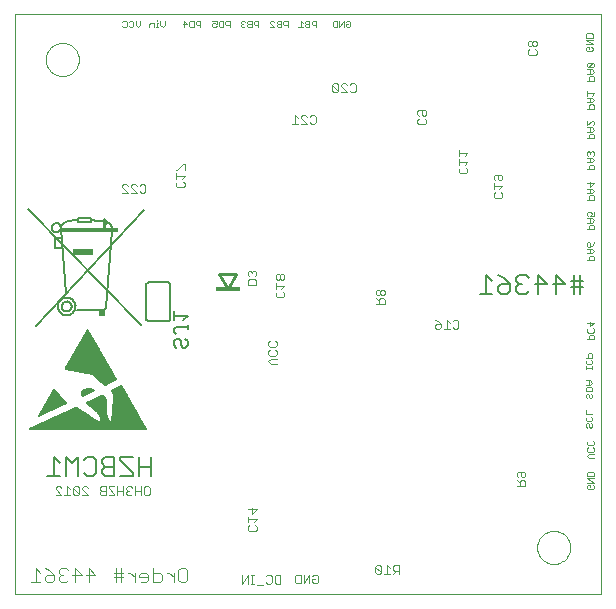
<source format=gbo>
G75*
G70*
%OFA0B0*%
%FSLAX24Y24*%
%IPPOS*%
%LPD*%
%AMOC8*
5,1,8,0,0,1.08239X$1,22.5*
%
%ADD10C,0.0000*%
%ADD11C,0.0050*%
%ADD12C,0.0040*%
%ADD13C,0.0030*%
%ADD14C,0.0020*%
%ADD15C,0.0019*%
%ADD16C,0.0066*%
%ADD17R,0.1924X0.0139*%
%ADD18R,0.0663X0.0229*%
%ADD19R,0.0229X0.0221*%
%ADD20C,0.0100*%
%ADD21R,0.0827X0.0118*%
%ADD22C,0.0060*%
D10*
X000101Y000110D02*
X000101Y019462D01*
X019650Y019462D01*
X019650Y000110D01*
X000101Y000110D01*
X017519Y001681D02*
X017521Y001728D01*
X017527Y001774D01*
X017537Y001820D01*
X017550Y001865D01*
X017568Y001908D01*
X017589Y001950D01*
X017613Y001990D01*
X017641Y002027D01*
X017672Y002062D01*
X017706Y002095D01*
X017742Y002124D01*
X017781Y002150D01*
X017822Y002173D01*
X017865Y002192D01*
X017909Y002208D01*
X017954Y002220D01*
X018000Y002228D01*
X018047Y002232D01*
X018093Y002232D01*
X018140Y002228D01*
X018186Y002220D01*
X018231Y002208D01*
X018275Y002192D01*
X018318Y002173D01*
X018359Y002150D01*
X018398Y002124D01*
X018434Y002095D01*
X018468Y002062D01*
X018499Y002027D01*
X018527Y001990D01*
X018551Y001950D01*
X018572Y001908D01*
X018590Y001865D01*
X018603Y001820D01*
X018613Y001774D01*
X018619Y001728D01*
X018621Y001681D01*
X018619Y001634D01*
X018613Y001588D01*
X018603Y001542D01*
X018590Y001497D01*
X018572Y001454D01*
X018551Y001412D01*
X018527Y001372D01*
X018499Y001335D01*
X018468Y001300D01*
X018434Y001267D01*
X018398Y001238D01*
X018359Y001212D01*
X018318Y001189D01*
X018275Y001170D01*
X018231Y001154D01*
X018186Y001142D01*
X018140Y001134D01*
X018093Y001130D01*
X018047Y001130D01*
X018000Y001134D01*
X017954Y001142D01*
X017909Y001154D01*
X017865Y001170D01*
X017822Y001189D01*
X017781Y001212D01*
X017742Y001238D01*
X017706Y001267D01*
X017672Y001300D01*
X017641Y001335D01*
X017613Y001372D01*
X017589Y001412D01*
X017568Y001454D01*
X017550Y001497D01*
X017537Y001542D01*
X017527Y001588D01*
X017521Y001634D01*
X017519Y001681D01*
X001141Y017941D02*
X001143Y017988D01*
X001149Y018034D01*
X001159Y018080D01*
X001172Y018125D01*
X001190Y018168D01*
X001211Y018210D01*
X001235Y018250D01*
X001263Y018287D01*
X001294Y018322D01*
X001328Y018355D01*
X001364Y018384D01*
X001403Y018410D01*
X001444Y018433D01*
X001487Y018452D01*
X001531Y018468D01*
X001576Y018480D01*
X001622Y018488D01*
X001669Y018492D01*
X001715Y018492D01*
X001762Y018488D01*
X001808Y018480D01*
X001853Y018468D01*
X001897Y018452D01*
X001940Y018433D01*
X001981Y018410D01*
X002020Y018384D01*
X002056Y018355D01*
X002090Y018322D01*
X002121Y018287D01*
X002149Y018250D01*
X002173Y018210D01*
X002194Y018168D01*
X002212Y018125D01*
X002225Y018080D01*
X002235Y018034D01*
X002241Y017988D01*
X002243Y017941D01*
X002241Y017894D01*
X002235Y017848D01*
X002225Y017802D01*
X002212Y017757D01*
X002194Y017714D01*
X002173Y017672D01*
X002149Y017632D01*
X002121Y017595D01*
X002090Y017560D01*
X002056Y017527D01*
X002020Y017498D01*
X001981Y017472D01*
X001940Y017449D01*
X001897Y017430D01*
X001853Y017414D01*
X001808Y017402D01*
X001762Y017394D01*
X001715Y017390D01*
X001669Y017390D01*
X001622Y017394D01*
X001576Y017402D01*
X001531Y017414D01*
X001487Y017430D01*
X001444Y017449D01*
X001403Y017472D01*
X001364Y017498D01*
X001328Y017527D01*
X001294Y017560D01*
X001263Y017595D01*
X001235Y017632D01*
X001211Y017672D01*
X001190Y017714D01*
X001172Y017757D01*
X001159Y017802D01*
X001149Y017848D01*
X001143Y017894D01*
X001141Y017941D01*
D11*
X005413Y009558D02*
X005413Y009258D01*
X005413Y009408D02*
X005863Y009408D01*
X005713Y009258D01*
X005863Y009098D02*
X005863Y008948D01*
X005863Y009023D02*
X005488Y009023D01*
X005413Y008948D01*
X005413Y008873D01*
X005488Y008798D01*
X005488Y008638D02*
X005413Y008562D01*
X005413Y008412D01*
X005488Y008337D01*
X005638Y008412D02*
X005638Y008562D01*
X005563Y008638D01*
X005488Y008638D01*
X005638Y008412D02*
X005713Y008337D01*
X005788Y008337D01*
X005863Y008412D01*
X005863Y008562D01*
X005788Y008638D01*
X004639Y004681D02*
X004639Y004070D01*
X004639Y004375D02*
X004232Y004375D01*
X004031Y004172D02*
X004031Y004070D01*
X003624Y004070D01*
X003423Y004070D02*
X003118Y004070D01*
X003016Y004172D01*
X003016Y004274D01*
X003118Y004375D01*
X003423Y004375D01*
X003624Y004579D02*
X004031Y004172D01*
X004232Y004070D02*
X004232Y004681D01*
X004031Y004681D02*
X003624Y004681D01*
X003624Y004579D01*
X003423Y004681D02*
X003118Y004681D01*
X003016Y004579D01*
X003016Y004477D01*
X003118Y004375D01*
X002815Y004172D02*
X002714Y004070D01*
X002510Y004070D01*
X002408Y004172D01*
X002208Y004070D02*
X002208Y004681D01*
X002004Y004477D01*
X001801Y004681D01*
X001801Y004070D01*
X001600Y004070D02*
X001193Y004070D01*
X001397Y004070D02*
X001397Y004681D01*
X001600Y004477D01*
X002408Y004579D02*
X002510Y004681D01*
X002714Y004681D01*
X002815Y004579D01*
X002815Y004172D01*
X003423Y004070D02*
X003423Y004681D01*
X015608Y010141D02*
X016015Y010141D01*
X015811Y010141D02*
X015811Y010751D01*
X016015Y010548D01*
X016216Y010751D02*
X016419Y010649D01*
X016623Y010446D01*
X016317Y010446D01*
X016216Y010344D01*
X016216Y010242D01*
X016317Y010141D01*
X016521Y010141D01*
X016623Y010242D01*
X016623Y010446D01*
X016823Y010344D02*
X016823Y010242D01*
X016925Y010141D01*
X017129Y010141D01*
X017230Y010242D01*
X017431Y010446D02*
X017838Y010446D01*
X017533Y010751D01*
X017533Y010141D01*
X018039Y010446D02*
X018446Y010446D01*
X018140Y010751D01*
X018140Y010141D01*
X018646Y010344D02*
X019053Y010344D01*
X019053Y010548D02*
X018748Y010548D01*
X018646Y010548D01*
X018748Y010751D02*
X018748Y010141D01*
X018952Y010141D02*
X018952Y010751D01*
X017230Y010649D02*
X017129Y010751D01*
X016925Y010751D01*
X016823Y010649D01*
X016823Y010548D01*
X016925Y010446D01*
X016823Y010344D01*
X016925Y010446D02*
X017027Y010446D01*
D12*
X005862Y000916D02*
X005862Y000609D01*
X005785Y000532D01*
X005632Y000532D01*
X005555Y000609D01*
X005555Y000916D01*
X005632Y000992D01*
X005785Y000992D01*
X005862Y000916D01*
X005402Y000839D02*
X005402Y000532D01*
X005402Y000685D02*
X005248Y000839D01*
X005172Y000839D01*
X005018Y000762D02*
X004941Y000839D01*
X004711Y000839D01*
X004711Y000992D02*
X004711Y000532D01*
X004941Y000532D01*
X005018Y000609D01*
X005018Y000762D01*
X004558Y000762D02*
X004481Y000839D01*
X004328Y000839D01*
X004251Y000762D01*
X004251Y000685D01*
X004558Y000685D01*
X004558Y000609D02*
X004558Y000762D01*
X004558Y000609D02*
X004481Y000532D01*
X004328Y000532D01*
X004097Y000532D02*
X004097Y000839D01*
X003944Y000839D02*
X004097Y000685D01*
X003944Y000839D02*
X003867Y000839D01*
X003714Y000839D02*
X003484Y000839D01*
X003407Y000839D01*
X003407Y000685D02*
X003714Y000685D01*
X003637Y000532D02*
X003637Y000992D01*
X003484Y000992D02*
X003484Y000532D01*
X002793Y000762D02*
X002486Y000762D01*
X002333Y000762D02*
X002026Y000762D01*
X001872Y000609D02*
X001796Y000532D01*
X001642Y000532D01*
X001565Y000609D01*
X001565Y000685D01*
X001642Y000762D01*
X001719Y000762D01*
X001642Y000762D02*
X001565Y000839D01*
X001565Y000916D01*
X001642Y000992D01*
X001796Y000992D01*
X001872Y000916D01*
X002103Y000992D02*
X002333Y000762D01*
X002563Y000532D02*
X002563Y000992D01*
X002793Y000762D01*
X002103Y000532D02*
X002103Y000992D01*
X001412Y000762D02*
X001182Y000762D01*
X001105Y000685D01*
X001105Y000609D01*
X001182Y000532D01*
X001335Y000532D01*
X001412Y000609D01*
X001412Y000762D01*
X001259Y000916D01*
X001105Y000992D01*
X000952Y000839D02*
X000798Y000992D01*
X000798Y000532D01*
X000645Y000532D02*
X000952Y000532D01*
D13*
X001463Y003424D02*
X001657Y003424D01*
X001463Y003617D01*
X001463Y003665D01*
X001512Y003714D01*
X001608Y003714D01*
X001657Y003665D01*
X001855Y003714D02*
X001855Y003424D01*
X001951Y003424D02*
X001758Y003424D01*
X001951Y003617D02*
X001855Y003714D01*
X002053Y003665D02*
X002053Y003472D01*
X002101Y003424D01*
X002198Y003424D01*
X002246Y003472D01*
X002053Y003665D01*
X002101Y003714D01*
X002198Y003714D01*
X002246Y003665D01*
X002246Y003472D01*
X002347Y003424D02*
X002541Y003424D01*
X002347Y003617D01*
X002347Y003665D01*
X002396Y003714D01*
X002492Y003714D01*
X002541Y003665D01*
X002936Y003665D02*
X002936Y003617D01*
X002985Y003569D01*
X003130Y003569D01*
X003231Y003665D02*
X003425Y003472D01*
X003425Y003424D01*
X003231Y003424D01*
X003130Y003424D02*
X003130Y003714D01*
X002985Y003714D01*
X002936Y003665D01*
X002985Y003569D02*
X002936Y003520D01*
X002936Y003472D01*
X002985Y003424D01*
X003130Y003424D01*
X003231Y003665D02*
X003231Y003714D01*
X003425Y003714D01*
X003526Y003714D02*
X003526Y003424D01*
X003526Y003569D02*
X003719Y003569D01*
X003820Y003617D02*
X003869Y003569D01*
X003820Y003520D01*
X003820Y003472D01*
X003869Y003424D01*
X003966Y003424D01*
X004014Y003472D01*
X004115Y003424D02*
X004115Y003714D01*
X004014Y003665D02*
X003966Y003714D01*
X003869Y003714D01*
X003820Y003665D01*
X003820Y003617D01*
X003869Y003569D02*
X003917Y003569D01*
X004115Y003569D02*
X004309Y003569D01*
X004410Y003665D02*
X004410Y003472D01*
X004458Y003424D01*
X004555Y003424D01*
X004603Y003472D01*
X004603Y003665D01*
X004555Y003714D01*
X004458Y003714D01*
X004410Y003665D01*
X004309Y003714D02*
X004309Y003424D01*
X003719Y003424D02*
X003719Y003714D01*
X007684Y000761D02*
X007684Y000471D01*
X007877Y000761D01*
X007877Y000471D01*
X007977Y000471D02*
X008074Y000471D01*
X008025Y000471D02*
X008025Y000761D01*
X007977Y000761D02*
X008074Y000761D01*
X008175Y000422D02*
X008368Y000422D01*
X008469Y000519D02*
X008518Y000471D01*
X008615Y000471D01*
X008663Y000519D01*
X008663Y000713D01*
X008615Y000761D01*
X008518Y000761D01*
X008469Y000713D01*
X008764Y000713D02*
X008764Y000519D01*
X008812Y000471D01*
X008958Y000471D01*
X008958Y000761D01*
X008812Y000761D01*
X008764Y000713D01*
X009438Y000718D02*
X009438Y000524D01*
X009486Y000476D01*
X009631Y000476D01*
X009631Y000766D01*
X009486Y000766D01*
X009438Y000718D01*
X009732Y000766D02*
X009732Y000476D01*
X009926Y000766D01*
X009926Y000476D01*
X010027Y000524D02*
X010027Y000621D01*
X010124Y000621D01*
X010220Y000718D02*
X010220Y000524D01*
X010172Y000476D01*
X010075Y000476D01*
X010027Y000524D01*
X010027Y000718D02*
X010075Y000766D01*
X010172Y000766D01*
X010220Y000718D01*
X012119Y000846D02*
X012167Y000798D01*
X012264Y000798D01*
X012312Y000846D01*
X012119Y001039D01*
X012119Y000846D01*
X012312Y000846D02*
X012312Y001039D01*
X012264Y001088D01*
X012167Y001088D01*
X012119Y001039D01*
X012413Y000798D02*
X012607Y000798D01*
X012510Y000798D02*
X012510Y001088D01*
X012607Y000991D01*
X012708Y001039D02*
X012708Y000943D01*
X012756Y000894D01*
X012901Y000894D01*
X012805Y000894D02*
X012708Y000798D01*
X012901Y000798D02*
X012901Y001088D01*
X012756Y001088D01*
X012708Y001039D01*
X016832Y003719D02*
X017122Y003719D01*
X017122Y003864D01*
X017074Y003913D01*
X016977Y003913D01*
X016929Y003864D01*
X016929Y003719D01*
X016929Y003816D02*
X016832Y003913D01*
X016880Y004014D02*
X016832Y004062D01*
X016832Y004159D01*
X016880Y004207D01*
X017074Y004207D01*
X017122Y004159D01*
X017122Y004062D01*
X017074Y004014D01*
X017025Y004014D01*
X016977Y004062D01*
X016977Y004207D01*
X014845Y008968D02*
X014748Y008968D01*
X014700Y009016D01*
X014599Y008968D02*
X014405Y008968D01*
X014502Y008968D02*
X014502Y009258D01*
X014599Y009161D01*
X014700Y009210D02*
X014748Y009258D01*
X014845Y009258D01*
X014894Y009210D01*
X014894Y009016D01*
X014845Y008968D01*
X014304Y009016D02*
X014256Y008968D01*
X014159Y008968D01*
X014111Y009016D01*
X014111Y009065D01*
X014159Y009113D01*
X014304Y009113D01*
X014304Y009016D01*
X014304Y009113D02*
X014207Y009210D01*
X014111Y009258D01*
X012437Y009782D02*
X012437Y009927D01*
X012389Y009976D01*
X012292Y009976D01*
X012244Y009927D01*
X012244Y009782D01*
X012244Y009879D02*
X012147Y009976D01*
X012195Y010077D02*
X012244Y010077D01*
X012292Y010125D01*
X012292Y010222D01*
X012244Y010270D01*
X012195Y010270D01*
X012147Y010222D01*
X012147Y010125D01*
X012195Y010077D01*
X012292Y010125D02*
X012340Y010077D01*
X012389Y010077D01*
X012437Y010125D01*
X012437Y010222D01*
X012389Y010270D01*
X012340Y010270D01*
X012292Y010222D01*
X012147Y009782D02*
X012437Y009782D01*
X009091Y010061D02*
X009042Y010013D01*
X008849Y010013D01*
X008800Y010061D01*
X008800Y010158D01*
X008849Y010207D01*
X008800Y010308D02*
X008800Y010501D01*
X008800Y010404D02*
X009091Y010404D01*
X008994Y010308D01*
X009042Y010207D02*
X009091Y010158D01*
X009091Y010061D01*
X009042Y010602D02*
X008994Y010602D01*
X008945Y010651D01*
X008945Y010748D01*
X008897Y010796D01*
X008849Y010796D01*
X008800Y010748D01*
X008800Y010651D01*
X008849Y010602D01*
X008897Y010602D01*
X008945Y010651D01*
X008945Y010748D02*
X008994Y010796D01*
X009042Y010796D01*
X009091Y010748D01*
X009091Y010651D01*
X009042Y010602D01*
X008153Y010566D02*
X008153Y010421D01*
X007863Y010421D01*
X007863Y010566D01*
X007911Y010614D01*
X008105Y010614D01*
X008153Y010566D01*
X008105Y010715D02*
X008153Y010764D01*
X008153Y010860D01*
X008105Y010909D01*
X008056Y010909D01*
X008008Y010860D01*
X007960Y010909D01*
X007911Y010909D01*
X007863Y010860D01*
X007863Y010764D01*
X007911Y010715D01*
X008008Y010812D02*
X008008Y010860D01*
X008601Y008564D02*
X008552Y008515D01*
X008552Y008418D01*
X008601Y008370D01*
X008794Y008370D01*
X008843Y008418D01*
X008843Y008515D01*
X008794Y008564D01*
X008794Y008269D02*
X008843Y008221D01*
X008843Y008124D01*
X008794Y008075D01*
X008601Y008075D01*
X008552Y008124D01*
X008552Y008221D01*
X008601Y008269D01*
X008649Y007974D02*
X008843Y007974D01*
X008843Y007781D02*
X008649Y007781D01*
X008552Y007878D01*
X008649Y007974D01*
X008021Y003003D02*
X008021Y002809D01*
X008166Y002954D01*
X007876Y002954D01*
X007876Y002708D02*
X007876Y002515D01*
X007876Y002611D02*
X008166Y002611D01*
X008070Y002515D01*
X008118Y002413D02*
X008166Y002365D01*
X008166Y002268D01*
X008118Y002220D01*
X007925Y002220D01*
X007876Y002268D01*
X007876Y002365D01*
X007925Y002413D01*
X004412Y013495D02*
X004315Y013495D01*
X004267Y013544D01*
X004166Y013495D02*
X003972Y013689D01*
X003972Y013737D01*
X004021Y013786D01*
X004117Y013786D01*
X004166Y013737D01*
X004267Y013737D02*
X004315Y013786D01*
X004412Y013786D01*
X004460Y013737D01*
X004460Y013544D01*
X004412Y013495D01*
X004166Y013495D02*
X003972Y013495D01*
X003871Y013495D02*
X003678Y013689D01*
X003678Y013737D01*
X003726Y013786D01*
X003823Y013786D01*
X003871Y013737D01*
X003871Y013495D02*
X003678Y013495D01*
X005475Y013725D02*
X005523Y013677D01*
X005717Y013677D01*
X005765Y013725D01*
X005765Y013822D01*
X005717Y013870D01*
X005668Y013971D02*
X005765Y014068D01*
X005475Y014068D01*
X005475Y013971D02*
X005475Y014165D01*
X005475Y014266D02*
X005523Y014266D01*
X005717Y014459D01*
X005765Y014459D01*
X005765Y014266D01*
X005523Y013870D02*
X005475Y013822D01*
X005475Y013725D01*
X009349Y015798D02*
X009542Y015798D01*
X009446Y015798D02*
X009446Y016088D01*
X009542Y015991D01*
X009644Y015991D02*
X009644Y016039D01*
X009692Y016088D01*
X009789Y016088D01*
X009837Y016039D01*
X009938Y016039D02*
X009987Y016088D01*
X010083Y016088D01*
X010132Y016039D01*
X010132Y015846D01*
X010083Y015798D01*
X009987Y015798D01*
X009938Y015846D01*
X009837Y015798D02*
X009644Y015991D01*
X009644Y015798D02*
X009837Y015798D01*
X010736Y016861D02*
X010833Y016861D01*
X010881Y016909D01*
X010688Y017102D01*
X010688Y016909D01*
X010736Y016861D01*
X010881Y016909D02*
X010881Y017102D01*
X010833Y017151D01*
X010736Y017151D01*
X010688Y017102D01*
X010982Y017102D02*
X011031Y017151D01*
X011127Y017151D01*
X011176Y017102D01*
X011277Y017102D02*
X011325Y017151D01*
X011422Y017151D01*
X011470Y017102D01*
X011470Y016909D01*
X011422Y016861D01*
X011325Y016861D01*
X011277Y016909D01*
X011176Y016861D02*
X010982Y017054D01*
X010982Y017102D01*
X010982Y016861D02*
X011176Y016861D01*
X013525Y016220D02*
X013573Y016268D01*
X013767Y016268D01*
X013815Y016220D01*
X013815Y016123D01*
X013767Y016075D01*
X013718Y016075D01*
X013670Y016123D01*
X013670Y016268D01*
X013525Y016220D02*
X013525Y016123D01*
X013573Y016075D01*
X013573Y015974D02*
X013525Y015925D01*
X013525Y015829D01*
X013573Y015780D01*
X013767Y015780D01*
X013815Y015829D01*
X013815Y015925D01*
X013767Y015974D01*
X014903Y014930D02*
X014903Y014736D01*
X014903Y014833D02*
X015193Y014833D01*
X015096Y014736D01*
X014903Y014635D02*
X014903Y014442D01*
X014903Y014538D02*
X015193Y014538D01*
X015096Y014442D01*
X015145Y014340D02*
X015193Y014292D01*
X015193Y014195D01*
X015145Y014147D01*
X014951Y014147D01*
X014903Y014195D01*
X014903Y014292D01*
X014951Y014340D01*
X016065Y014057D02*
X016114Y014105D01*
X016307Y014105D01*
X016355Y014057D01*
X016355Y013960D01*
X016307Y013912D01*
X016259Y013912D01*
X016210Y013960D01*
X016210Y014105D01*
X016065Y014057D02*
X016065Y013960D01*
X016114Y013912D01*
X016065Y013810D02*
X016065Y013617D01*
X016065Y013714D02*
X016355Y013714D01*
X016259Y013617D01*
X016307Y013516D02*
X016355Y013467D01*
X016355Y013371D01*
X016307Y013322D01*
X016114Y013322D01*
X016065Y013371D01*
X016065Y013467D01*
X016114Y013516D01*
X017255Y018086D02*
X017207Y018134D01*
X017207Y018231D01*
X017255Y018279D01*
X017255Y018381D02*
X017304Y018381D01*
X017352Y018429D01*
X017352Y018526D01*
X017304Y018574D01*
X017255Y018574D01*
X017207Y018526D01*
X017207Y018429D01*
X017255Y018381D01*
X017352Y018429D02*
X017400Y018381D01*
X017449Y018381D01*
X017497Y018429D01*
X017497Y018526D01*
X017449Y018574D01*
X017400Y018574D01*
X017352Y018526D01*
X017449Y018279D02*
X017497Y018231D01*
X017497Y018134D01*
X017449Y018086D01*
X017255Y018086D01*
D14*
X019143Y018263D02*
X019143Y018337D01*
X019180Y018373D01*
X019253Y018373D01*
X019253Y018300D01*
X019180Y018227D02*
X019143Y018263D01*
X019180Y018227D02*
X019326Y018227D01*
X019363Y018263D01*
X019363Y018337D01*
X019326Y018373D01*
X019363Y018448D02*
X019143Y018594D01*
X019363Y018594D01*
X019363Y018669D02*
X019143Y018669D01*
X019143Y018779D01*
X019180Y018815D01*
X019326Y018815D01*
X019363Y018779D01*
X019363Y018669D01*
X019363Y018448D02*
X019143Y018448D01*
X019219Y017831D02*
X019182Y017794D01*
X019182Y017721D01*
X019219Y017684D01*
X019366Y017831D01*
X019219Y017831D01*
X019219Y017684D02*
X019366Y017684D01*
X019402Y017721D01*
X019402Y017794D01*
X019366Y017831D01*
X019329Y017610D02*
X019182Y017610D01*
X019292Y017610D02*
X019292Y017463D01*
X019329Y017463D02*
X019402Y017537D01*
X019329Y017610D01*
X019329Y017463D02*
X019182Y017463D01*
X019292Y017389D02*
X019256Y017353D01*
X019256Y017242D01*
X019182Y017242D02*
X019402Y017242D01*
X019402Y017353D01*
X019366Y017389D01*
X019292Y017389D01*
X019182Y016886D02*
X019182Y016740D01*
X019182Y016813D02*
X019402Y016813D01*
X019329Y016740D01*
X019329Y016665D02*
X019182Y016665D01*
X019292Y016665D02*
X019292Y016519D01*
X019329Y016519D02*
X019402Y016592D01*
X019329Y016665D01*
X019329Y016519D02*
X019182Y016519D01*
X019292Y016444D02*
X019256Y016408D01*
X019256Y016298D01*
X019182Y016298D02*
X019402Y016298D01*
X019402Y016408D01*
X019366Y016444D01*
X019292Y016444D01*
X019329Y015902D02*
X019366Y015902D01*
X019402Y015865D01*
X019402Y015792D01*
X019366Y015755D01*
X019329Y015681D02*
X019182Y015681D01*
X019182Y015755D02*
X019329Y015902D01*
X019182Y015902D02*
X019182Y015755D01*
X019292Y015681D02*
X019292Y015534D01*
X019329Y015534D02*
X019402Y015608D01*
X019329Y015681D01*
X019329Y015534D02*
X019182Y015534D01*
X019292Y015460D02*
X019256Y015423D01*
X019256Y015313D01*
X019182Y015313D02*
X019402Y015313D01*
X019402Y015423D01*
X019366Y015460D01*
X019292Y015460D01*
X019256Y014878D02*
X019219Y014878D01*
X019182Y014842D01*
X019182Y014768D01*
X019219Y014732D01*
X019182Y014657D02*
X019329Y014657D01*
X019402Y014584D01*
X019329Y014511D01*
X019182Y014511D01*
X019292Y014511D02*
X019292Y014657D01*
X019366Y014732D02*
X019402Y014768D01*
X019402Y014842D01*
X019366Y014878D01*
X019329Y014878D01*
X019292Y014842D01*
X019256Y014878D01*
X019292Y014842D02*
X019292Y014805D01*
X019292Y014436D02*
X019256Y014400D01*
X019256Y014290D01*
X019182Y014290D02*
X019402Y014290D01*
X019402Y014400D01*
X019366Y014436D01*
X019292Y014436D01*
X019292Y013855D02*
X019292Y013708D01*
X019402Y013818D01*
X019182Y013818D01*
X019182Y013634D02*
X019329Y013634D01*
X019402Y013560D01*
X019329Y013487D01*
X019182Y013487D01*
X019292Y013487D02*
X019292Y013634D01*
X019292Y013413D02*
X019256Y013376D01*
X019256Y013266D01*
X019182Y013266D02*
X019402Y013266D01*
X019402Y013376D01*
X019366Y013413D01*
X019292Y013413D01*
X019292Y012871D02*
X019219Y012871D01*
X019182Y012834D01*
X019182Y012760D01*
X019219Y012724D01*
X019292Y012724D02*
X019329Y012797D01*
X019329Y012834D01*
X019292Y012871D01*
X019402Y012871D02*
X019402Y012724D01*
X019292Y012724D01*
X019292Y012650D02*
X019292Y012503D01*
X019329Y012503D02*
X019402Y012576D01*
X019329Y012650D01*
X019182Y012650D01*
X019182Y012503D02*
X019329Y012503D01*
X019292Y012429D02*
X019256Y012392D01*
X019256Y012282D01*
X019182Y012282D02*
X019402Y012282D01*
X019402Y012392D01*
X019366Y012429D01*
X019292Y012429D01*
X019256Y011847D02*
X019292Y011810D01*
X019292Y011700D01*
X019219Y011700D01*
X019182Y011737D01*
X019182Y011810D01*
X019219Y011847D01*
X019256Y011847D01*
X019366Y011774D02*
X019292Y011700D01*
X019292Y011626D02*
X019292Y011479D01*
X019329Y011479D02*
X019402Y011553D01*
X019329Y011626D01*
X019182Y011626D01*
X019182Y011479D02*
X019329Y011479D01*
X019292Y011405D02*
X019256Y011368D01*
X019256Y011258D01*
X019182Y011258D02*
X019402Y011258D01*
X019402Y011368D01*
X019366Y011405D01*
X019292Y011405D01*
X019366Y011774D02*
X019402Y011847D01*
X019292Y009209D02*
X019292Y009062D01*
X019402Y009172D01*
X019182Y009172D01*
X019219Y008988D02*
X019182Y008951D01*
X019182Y008878D01*
X019219Y008841D01*
X019366Y008841D01*
X019402Y008878D01*
X019402Y008951D01*
X019366Y008988D01*
X019366Y008767D02*
X019292Y008767D01*
X019256Y008730D01*
X019256Y008620D01*
X019182Y008620D02*
X019402Y008620D01*
X019402Y008730D01*
X019366Y008767D01*
X019323Y008152D02*
X019249Y008152D01*
X019213Y008116D01*
X019213Y008006D01*
X019139Y008006D02*
X019359Y008006D01*
X019359Y008116D01*
X019323Y008152D01*
X019323Y007931D02*
X019359Y007895D01*
X019359Y007821D01*
X019323Y007785D01*
X019176Y007785D01*
X019139Y007821D01*
X019139Y007895D01*
X019176Y007931D01*
X019139Y007711D02*
X019139Y007637D01*
X019139Y007674D02*
X019359Y007674D01*
X019359Y007637D02*
X019359Y007711D01*
X019286Y007247D02*
X019139Y007247D01*
X019249Y007247D02*
X019249Y007100D01*
X019286Y007100D02*
X019139Y007100D01*
X019176Y007026D02*
X019323Y007026D01*
X019359Y006989D01*
X019359Y006879D01*
X019139Y006879D01*
X019139Y006989D01*
X019176Y007026D01*
X019286Y007100D02*
X019359Y007174D01*
X019286Y007247D01*
X019323Y006805D02*
X019359Y006768D01*
X019359Y006695D01*
X019323Y006658D01*
X019286Y006658D01*
X019249Y006695D01*
X019249Y006768D01*
X019213Y006805D01*
X019176Y006805D01*
X019139Y006768D01*
X019139Y006695D01*
X019176Y006658D01*
X019139Y006263D02*
X019139Y006116D01*
X019359Y006116D01*
X019323Y006042D02*
X019359Y006005D01*
X019359Y005932D01*
X019323Y005895D01*
X019176Y005895D01*
X019139Y005932D01*
X019139Y006005D01*
X019176Y006042D01*
X019176Y005821D02*
X019139Y005784D01*
X019139Y005711D01*
X019176Y005674D01*
X019249Y005711D02*
X019249Y005784D01*
X019213Y005821D01*
X019176Y005821D01*
X019249Y005711D02*
X019286Y005674D01*
X019323Y005674D01*
X019359Y005711D01*
X019359Y005784D01*
X019323Y005821D01*
X019366Y005233D02*
X019402Y005196D01*
X019402Y005123D01*
X019366Y005086D01*
X019219Y005086D01*
X019182Y005123D01*
X019182Y005196D01*
X019219Y005233D01*
X019219Y005012D02*
X019182Y004975D01*
X019182Y004902D01*
X019219Y004865D01*
X019366Y004865D01*
X019402Y004902D01*
X019402Y004975D01*
X019366Y005012D01*
X019402Y004791D02*
X019256Y004791D01*
X019182Y004717D01*
X019256Y004644D01*
X019402Y004644D01*
X019366Y004209D02*
X019219Y004209D01*
X019182Y004172D01*
X019182Y004062D01*
X019402Y004062D01*
X019402Y004172D01*
X019366Y004209D01*
X019402Y003988D02*
X019182Y003988D01*
X019402Y003841D01*
X019182Y003841D01*
X019219Y003767D02*
X019292Y003767D01*
X019292Y003694D01*
X019219Y003767D02*
X019182Y003730D01*
X019182Y003657D01*
X019219Y003620D01*
X019366Y003620D01*
X019402Y003657D01*
X019402Y003730D01*
X019366Y003767D01*
X011252Y019014D02*
X011178Y019014D01*
X011141Y019051D01*
X011141Y019124D01*
X011215Y019124D01*
X011288Y019051D02*
X011252Y019014D01*
X011288Y019051D02*
X011288Y019198D01*
X011252Y019234D01*
X011178Y019234D01*
X011141Y019198D01*
X011067Y019234D02*
X010921Y019014D01*
X010921Y019234D01*
X010846Y019234D02*
X010736Y019234D01*
X010700Y019198D01*
X010700Y019051D01*
X010736Y019014D01*
X010846Y019014D01*
X010846Y019234D01*
X011067Y019234D02*
X011067Y019014D01*
X010147Y019014D02*
X010147Y019234D01*
X010036Y019234D01*
X010000Y019198D01*
X010000Y019124D01*
X010036Y019087D01*
X010147Y019087D01*
X009926Y019124D02*
X009815Y019124D01*
X009779Y019087D01*
X009779Y019051D01*
X009815Y019014D01*
X009926Y019014D01*
X009926Y019234D01*
X009815Y019234D01*
X009779Y019198D01*
X009779Y019161D01*
X009815Y019124D01*
X009705Y019161D02*
X009631Y019234D01*
X009631Y019014D01*
X009558Y019014D02*
X009705Y019014D01*
X009202Y019014D02*
X009202Y019234D01*
X009092Y019234D01*
X009055Y019198D01*
X009055Y019124D01*
X009092Y019087D01*
X009202Y019087D01*
X008981Y019124D02*
X008871Y019124D01*
X008834Y019087D01*
X008834Y019051D01*
X008871Y019014D01*
X008981Y019014D01*
X008981Y019234D01*
X008871Y019234D01*
X008834Y019198D01*
X008834Y019161D01*
X008871Y019124D01*
X008760Y019198D02*
X008723Y019234D01*
X008650Y019234D01*
X008613Y019198D01*
X008613Y019161D01*
X008760Y019014D01*
X008613Y019014D01*
X008217Y019014D02*
X008217Y019234D01*
X008107Y019234D01*
X008071Y019198D01*
X008071Y019124D01*
X008107Y019087D01*
X008217Y019087D01*
X007996Y019124D02*
X007886Y019124D01*
X007850Y019087D01*
X007850Y019051D01*
X007886Y019014D01*
X007996Y019014D01*
X007996Y019234D01*
X007886Y019234D01*
X007850Y019198D01*
X007850Y019161D01*
X007886Y019124D01*
X007775Y019051D02*
X007739Y019014D01*
X007665Y019014D01*
X007629Y019051D01*
X007629Y019087D01*
X007665Y019124D01*
X007702Y019124D01*
X007665Y019124D02*
X007629Y019161D01*
X007629Y019198D01*
X007665Y019234D01*
X007739Y019234D01*
X007775Y019198D01*
X007273Y019234D02*
X007273Y019014D01*
X007273Y019087D02*
X007162Y019087D01*
X007126Y019124D01*
X007126Y019198D01*
X007162Y019234D01*
X007273Y019234D01*
X007052Y019234D02*
X007052Y019014D01*
X006941Y019014D01*
X006905Y019051D01*
X006905Y019198D01*
X006941Y019234D01*
X007052Y019234D01*
X006831Y019234D02*
X006831Y019124D01*
X006757Y019161D01*
X006720Y019161D01*
X006684Y019124D01*
X006684Y019051D01*
X006720Y019014D01*
X006794Y019014D01*
X006831Y019051D01*
X006831Y019234D02*
X006684Y019234D01*
X006288Y019234D02*
X006288Y019014D01*
X006288Y019087D02*
X006178Y019087D01*
X006141Y019124D01*
X006141Y019198D01*
X006178Y019234D01*
X006288Y019234D01*
X006067Y019234D02*
X006067Y019014D01*
X005957Y019014D01*
X005921Y019051D01*
X005921Y019198D01*
X005957Y019234D01*
X006067Y019234D01*
X005846Y019124D02*
X005700Y019124D01*
X005736Y019014D02*
X005736Y019234D01*
X005846Y019124D01*
X005107Y019087D02*
X005034Y019014D01*
X004960Y019087D01*
X004960Y019234D01*
X004886Y019161D02*
X004849Y019161D01*
X004849Y019014D01*
X004813Y019014D02*
X004886Y019014D01*
X004739Y019014D02*
X004739Y019161D01*
X004629Y019161D01*
X004592Y019124D01*
X004592Y019014D01*
X004849Y019234D02*
X004849Y019271D01*
X005107Y019234D02*
X005107Y019087D01*
X004280Y019087D02*
X004207Y019014D01*
X004134Y019087D01*
X004134Y019234D01*
X004059Y019198D02*
X004023Y019234D01*
X003949Y019234D01*
X003913Y019198D01*
X003838Y019198D02*
X003838Y019051D01*
X003802Y019014D01*
X003728Y019014D01*
X003692Y019051D01*
X003692Y019198D02*
X003728Y019234D01*
X003802Y019234D01*
X003838Y019198D01*
X003913Y019051D02*
X003949Y019014D01*
X004023Y019014D01*
X004059Y019051D01*
X004059Y019198D01*
X004280Y019234D02*
X004280Y019087D01*
D15*
X002522Y008957D02*
X001780Y007676D01*
X001780Y007639D01*
X002671Y007472D01*
X002689Y007453D01*
X003079Y007101D01*
X003116Y007101D01*
X003487Y007286D01*
X002522Y008957D01*
X002513Y008941D02*
X002531Y008941D01*
X002541Y008924D02*
X002503Y008924D01*
X002493Y008907D02*
X002551Y008907D01*
X002561Y008890D02*
X002483Y008890D01*
X002474Y008873D02*
X002571Y008873D01*
X002580Y008856D02*
X002464Y008856D01*
X002454Y008839D02*
X002590Y008839D01*
X002600Y008822D02*
X002444Y008822D01*
X002434Y008805D02*
X002610Y008805D01*
X002620Y008788D02*
X002424Y008788D01*
X002414Y008771D02*
X002630Y008771D01*
X002640Y008754D02*
X002404Y008754D01*
X002395Y008737D02*
X002649Y008737D01*
X002659Y008719D02*
X002385Y008719D01*
X002375Y008702D02*
X002669Y008702D01*
X002679Y008685D02*
X002365Y008685D01*
X002355Y008668D02*
X002689Y008668D01*
X002699Y008651D02*
X002345Y008651D01*
X002335Y008634D02*
X002709Y008634D01*
X002718Y008617D02*
X002325Y008617D01*
X002315Y008600D02*
X002728Y008600D01*
X002738Y008583D02*
X002306Y008583D01*
X002296Y008566D02*
X002748Y008566D01*
X002758Y008549D02*
X002286Y008549D01*
X002276Y008532D02*
X002768Y008532D01*
X002777Y008515D02*
X002266Y008515D01*
X002256Y008498D02*
X002787Y008498D01*
X002797Y008481D02*
X002246Y008481D01*
X002236Y008464D02*
X002807Y008464D01*
X002817Y008447D02*
X002227Y008447D01*
X002217Y008430D02*
X002827Y008430D01*
X002837Y008413D02*
X002207Y008413D01*
X002197Y008396D02*
X002846Y008396D01*
X002856Y008379D02*
X002187Y008379D01*
X002177Y008361D02*
X002866Y008361D01*
X002876Y008344D02*
X002167Y008344D01*
X002157Y008327D02*
X002886Y008327D01*
X002896Y008310D02*
X002147Y008310D01*
X002138Y008293D02*
X002906Y008293D01*
X002915Y008276D02*
X002128Y008276D01*
X002118Y008259D02*
X002925Y008259D01*
X002935Y008242D02*
X002108Y008242D01*
X002098Y008225D02*
X002945Y008225D01*
X002955Y008208D02*
X002088Y008208D01*
X002078Y008191D02*
X002965Y008191D01*
X002974Y008174D02*
X002068Y008174D01*
X002059Y008157D02*
X002984Y008157D01*
X002994Y008140D02*
X002049Y008140D01*
X002039Y008123D02*
X003004Y008123D01*
X003014Y008106D02*
X002029Y008106D01*
X002019Y008089D02*
X003024Y008089D01*
X003034Y008072D02*
X002009Y008072D01*
X001999Y008055D02*
X003043Y008055D01*
X003053Y008038D02*
X001989Y008038D01*
X001979Y008021D02*
X003063Y008021D01*
X003073Y008004D02*
X001970Y008004D01*
X001960Y007986D02*
X003083Y007986D01*
X003093Y007969D02*
X001950Y007969D01*
X001940Y007952D02*
X003103Y007952D01*
X003112Y007935D02*
X001930Y007935D01*
X001920Y007918D02*
X003122Y007918D01*
X003132Y007901D02*
X001910Y007901D01*
X001900Y007884D02*
X003142Y007884D01*
X003152Y007867D02*
X001891Y007867D01*
X001881Y007850D02*
X003162Y007850D01*
X003171Y007833D02*
X001871Y007833D01*
X001861Y007816D02*
X003181Y007816D01*
X003191Y007799D02*
X001851Y007799D01*
X001841Y007782D02*
X003201Y007782D01*
X003211Y007765D02*
X001831Y007765D01*
X001821Y007748D02*
X003221Y007748D01*
X003231Y007731D02*
X001811Y007731D01*
X001802Y007714D02*
X003240Y007714D01*
X003250Y007697D02*
X001792Y007697D01*
X001782Y007680D02*
X003260Y007680D01*
X003270Y007663D02*
X001780Y007663D01*
X001780Y007646D02*
X003280Y007646D01*
X003290Y007628D02*
X001836Y007628D01*
X001927Y007611D02*
X003299Y007611D01*
X003309Y007594D02*
X002018Y007594D01*
X002109Y007577D02*
X003319Y007577D01*
X003329Y007560D02*
X002200Y007560D01*
X002291Y007543D02*
X003339Y007543D01*
X003349Y007526D02*
X002382Y007526D01*
X002472Y007509D02*
X003359Y007509D01*
X003368Y007492D02*
X002563Y007492D01*
X002654Y007475D02*
X003378Y007475D01*
X003388Y007458D02*
X002685Y007458D01*
X002703Y007441D02*
X003398Y007441D01*
X003408Y007424D02*
X002722Y007424D01*
X002741Y007407D02*
X003418Y007407D01*
X003428Y007390D02*
X002760Y007390D01*
X002778Y007373D02*
X003437Y007373D01*
X003447Y007356D02*
X002797Y007356D01*
X002816Y007339D02*
X003457Y007339D01*
X003467Y007322D02*
X002835Y007322D01*
X002854Y007305D02*
X003477Y007305D01*
X003487Y007288D02*
X002873Y007288D01*
X002891Y007270D02*
X003455Y007270D01*
X003421Y007253D02*
X002910Y007253D01*
X002929Y007236D02*
X003387Y007236D01*
X003353Y007219D02*
X002948Y007219D01*
X002967Y007202D02*
X003319Y007202D01*
X003285Y007185D02*
X002986Y007185D01*
X003004Y007168D02*
X003251Y007168D01*
X003217Y007151D02*
X003023Y007151D01*
X003042Y007134D02*
X003183Y007134D01*
X003149Y007117D02*
X003061Y007117D01*
X003302Y006915D02*
X003357Y006822D01*
X003376Y006785D01*
X003376Y006637D01*
X003320Y005894D01*
X003283Y005894D01*
X003227Y005932D01*
X003190Y006006D01*
X003153Y006117D01*
X003135Y006284D01*
X003135Y006637D01*
X003042Y006767D01*
X002986Y006767D01*
X002485Y006525D01*
X002485Y006507D01*
X002838Y006191D01*
X002912Y006080D01*
X002949Y006006D01*
X002949Y005950D01*
X002930Y005913D01*
X002912Y005894D01*
X002875Y005894D01*
X002745Y005969D01*
X002596Y006061D01*
X002466Y006154D01*
X002299Y006266D01*
X002151Y006358D01*
X002114Y006358D01*
X000573Y005653D01*
X000573Y005616D01*
X004489Y005616D01*
X003654Y007082D01*
X003302Y006915D01*
X003303Y006912D02*
X003751Y006912D01*
X003761Y006895D02*
X003314Y006895D01*
X003324Y006878D02*
X003770Y006878D01*
X003780Y006861D02*
X003334Y006861D01*
X003344Y006844D02*
X003790Y006844D01*
X003800Y006827D02*
X003354Y006827D01*
X003363Y006810D02*
X003809Y006810D01*
X003819Y006793D02*
X003372Y006793D01*
X003376Y006776D02*
X003829Y006776D01*
X003838Y006759D02*
X003376Y006759D01*
X003376Y006742D02*
X003848Y006742D01*
X003858Y006725D02*
X003376Y006725D01*
X003376Y006708D02*
X003868Y006708D01*
X003877Y006691D02*
X003376Y006691D01*
X003376Y006674D02*
X003887Y006674D01*
X003897Y006657D02*
X003376Y006657D01*
X003376Y006640D02*
X003906Y006640D01*
X003916Y006623D02*
X003375Y006623D01*
X003374Y006606D02*
X003926Y006606D01*
X003936Y006589D02*
X003372Y006589D01*
X003371Y006572D02*
X003945Y006572D01*
X003955Y006554D02*
X003370Y006554D01*
X003368Y006537D02*
X003965Y006537D01*
X003974Y006520D02*
X003367Y006520D01*
X003366Y006503D02*
X003984Y006503D01*
X003994Y006486D02*
X003365Y006486D01*
X003363Y006469D02*
X004004Y006469D01*
X004013Y006452D02*
X003362Y006452D01*
X003361Y006435D02*
X004023Y006435D01*
X004033Y006418D02*
X003360Y006418D01*
X003358Y006401D02*
X004042Y006401D01*
X004052Y006384D02*
X003357Y006384D01*
X003356Y006367D02*
X004062Y006367D01*
X004071Y006350D02*
X003354Y006350D01*
X003353Y006333D02*
X004081Y006333D01*
X004091Y006316D02*
X003352Y006316D01*
X003351Y006299D02*
X004101Y006299D01*
X004110Y006282D02*
X003349Y006282D01*
X003348Y006265D02*
X004120Y006265D01*
X004130Y006248D02*
X003347Y006248D01*
X003345Y006231D02*
X004139Y006231D01*
X004149Y006214D02*
X003344Y006214D01*
X003343Y006196D02*
X004159Y006196D01*
X004169Y006179D02*
X003342Y006179D01*
X003340Y006162D02*
X004178Y006162D01*
X004188Y006145D02*
X003339Y006145D01*
X003338Y006128D02*
X004198Y006128D01*
X004207Y006111D02*
X003337Y006111D01*
X003335Y006094D02*
X004217Y006094D01*
X004227Y006077D02*
X003334Y006077D01*
X003333Y006060D02*
X004237Y006060D01*
X004246Y006043D02*
X003331Y006043D01*
X003330Y006026D02*
X004256Y006026D01*
X004266Y006009D02*
X003329Y006009D01*
X003328Y005992D02*
X004275Y005992D01*
X004285Y005975D02*
X003326Y005975D01*
X003325Y005958D02*
X004295Y005958D01*
X004305Y005941D02*
X003324Y005941D01*
X003322Y005924D02*
X004314Y005924D01*
X004324Y005907D02*
X003321Y005907D01*
X003265Y005907D02*
X002924Y005907D01*
X002936Y005924D02*
X003239Y005924D01*
X003223Y005941D02*
X002944Y005941D01*
X002949Y005958D02*
X003214Y005958D01*
X003206Y005975D02*
X002949Y005975D01*
X002949Y005992D02*
X003197Y005992D01*
X003189Y006009D02*
X002947Y006009D01*
X002939Y006026D02*
X003184Y006026D01*
X003178Y006043D02*
X002930Y006043D01*
X002922Y006060D02*
X003172Y006060D01*
X003167Y006077D02*
X002913Y006077D01*
X002902Y006094D02*
X003161Y006094D01*
X003155Y006111D02*
X002891Y006111D01*
X002880Y006128D02*
X003152Y006128D01*
X003150Y006145D02*
X002868Y006145D01*
X002857Y006162D02*
X003148Y006162D01*
X003146Y006179D02*
X002846Y006179D01*
X002832Y006196D02*
X003144Y006196D01*
X003143Y006214D02*
X002813Y006214D01*
X002794Y006231D02*
X003141Y006231D01*
X003139Y006248D02*
X002775Y006248D01*
X002756Y006265D02*
X003137Y006265D01*
X003135Y006282D02*
X002737Y006282D01*
X002718Y006299D02*
X003135Y006299D01*
X003135Y006316D02*
X002699Y006316D01*
X002680Y006333D02*
X003135Y006333D01*
X003135Y006350D02*
X002660Y006350D01*
X002641Y006367D02*
X003135Y006367D01*
X003135Y006384D02*
X002622Y006384D01*
X002603Y006401D02*
X003135Y006401D01*
X003135Y006418D02*
X002584Y006418D01*
X002565Y006435D02*
X003135Y006435D01*
X003135Y006452D02*
X002546Y006452D01*
X002527Y006469D02*
X003135Y006469D01*
X003135Y006486D02*
X002508Y006486D01*
X002489Y006503D02*
X003135Y006503D01*
X003135Y006520D02*
X002485Y006520D01*
X002510Y006537D02*
X003135Y006537D01*
X003135Y006554D02*
X002545Y006554D01*
X002581Y006572D02*
X003135Y006572D01*
X003135Y006589D02*
X002616Y006589D01*
X002652Y006606D02*
X003135Y006606D01*
X003135Y006623D02*
X002687Y006623D01*
X002722Y006640D02*
X003133Y006640D01*
X003120Y006657D02*
X002758Y006657D01*
X002793Y006674D02*
X003108Y006674D01*
X003096Y006691D02*
X002829Y006691D01*
X002864Y006708D02*
X003084Y006708D01*
X003072Y006725D02*
X002900Y006725D01*
X002935Y006742D02*
X003059Y006742D01*
X003047Y006759D02*
X002970Y006759D01*
X002745Y006915D02*
X002355Y006730D01*
X002318Y006785D01*
X002299Y006860D01*
X002337Y006915D01*
X002392Y006952D01*
X002578Y007008D01*
X002615Y007008D01*
X002745Y006915D01*
X002739Y006912D02*
X002335Y006912D01*
X002323Y006895D02*
X002703Y006895D01*
X002668Y006878D02*
X002312Y006878D01*
X002301Y006861D02*
X002632Y006861D01*
X002596Y006844D02*
X002303Y006844D01*
X002308Y006827D02*
X002560Y006827D01*
X002524Y006810D02*
X002312Y006810D01*
X002316Y006793D02*
X002489Y006793D01*
X002453Y006776D02*
X002324Y006776D01*
X002336Y006759D02*
X002417Y006759D01*
X002381Y006742D02*
X002347Y006742D01*
X002358Y006930D02*
X002725Y006930D01*
X002701Y006947D02*
X002384Y006947D01*
X002430Y006964D02*
X002677Y006964D01*
X002653Y006981D02*
X002487Y006981D01*
X002544Y006998D02*
X002629Y006998D01*
X003332Y006930D02*
X003741Y006930D01*
X003732Y006947D02*
X003368Y006947D01*
X003404Y006964D02*
X003722Y006964D01*
X003712Y006981D02*
X003440Y006981D01*
X003476Y006998D02*
X003702Y006998D01*
X003693Y007015D02*
X003512Y007015D01*
X003548Y007032D02*
X003683Y007032D01*
X003673Y007049D02*
X003584Y007049D01*
X003620Y007066D02*
X003664Y007066D01*
X004334Y005890D02*
X001090Y005890D01*
X001127Y005907D02*
X002853Y005907D01*
X002824Y005924D02*
X001164Y005924D01*
X001202Y005941D02*
X002794Y005941D01*
X002764Y005958D02*
X001239Y005958D01*
X001276Y005975D02*
X002735Y005975D01*
X002708Y005992D02*
X001313Y005992D01*
X001351Y006009D02*
X002680Y006009D01*
X002653Y006026D02*
X001388Y006026D01*
X001425Y006043D02*
X002626Y006043D01*
X002599Y006060D02*
X001462Y006060D01*
X001500Y006077D02*
X002574Y006077D01*
X002551Y006094D02*
X001537Y006094D01*
X001574Y006111D02*
X002527Y006111D01*
X002503Y006128D02*
X001611Y006128D01*
X001649Y006145D02*
X002479Y006145D01*
X002454Y006162D02*
X001686Y006162D01*
X001723Y006179D02*
X002429Y006179D01*
X002403Y006196D02*
X001760Y006196D01*
X001798Y006214D02*
X002378Y006214D01*
X002352Y006231D02*
X001835Y006231D01*
X001872Y006248D02*
X002326Y006248D01*
X002301Y006265D02*
X001909Y006265D01*
X001946Y006282D02*
X002274Y006282D01*
X002246Y006299D02*
X001984Y006299D01*
X002021Y006316D02*
X002219Y006316D01*
X002192Y006333D02*
X002058Y006333D01*
X002095Y006350D02*
X002165Y006350D01*
X001798Y006507D02*
X001798Y006525D01*
X001390Y006971D01*
X000870Y006061D01*
X001798Y006507D01*
X001791Y006503D02*
X001123Y006503D01*
X001113Y006486D02*
X001755Y006486D01*
X001720Y006469D02*
X001103Y006469D01*
X001094Y006452D02*
X001684Y006452D01*
X001649Y006435D02*
X001084Y006435D01*
X001074Y006418D02*
X001613Y006418D01*
X001578Y006401D02*
X001064Y006401D01*
X001055Y006384D02*
X001542Y006384D01*
X001507Y006367D02*
X001045Y006367D01*
X001035Y006350D02*
X001471Y006350D01*
X001436Y006333D02*
X001026Y006333D01*
X001016Y006316D02*
X001400Y006316D01*
X001365Y006299D02*
X001006Y006299D01*
X000996Y006282D02*
X001329Y006282D01*
X001294Y006265D02*
X000987Y006265D01*
X000977Y006248D02*
X001258Y006248D01*
X001223Y006231D02*
X000967Y006231D01*
X000957Y006214D02*
X001187Y006214D01*
X001152Y006196D02*
X000948Y006196D01*
X000938Y006179D02*
X001116Y006179D01*
X001081Y006162D02*
X000928Y006162D01*
X000918Y006145D02*
X001045Y006145D01*
X001010Y006128D02*
X000909Y006128D01*
X000899Y006111D02*
X000974Y006111D01*
X000939Y006094D02*
X000889Y006094D01*
X000879Y006077D02*
X000903Y006077D01*
X001016Y005856D02*
X004353Y005856D01*
X004343Y005873D02*
X001053Y005873D01*
X000978Y005839D02*
X004363Y005839D01*
X004372Y005821D02*
X000941Y005821D01*
X000904Y005804D02*
X004382Y005804D01*
X004392Y005787D02*
X000867Y005787D01*
X000829Y005770D02*
X004402Y005770D01*
X004411Y005753D02*
X000792Y005753D01*
X000755Y005736D02*
X004421Y005736D01*
X004431Y005719D02*
X000718Y005719D01*
X000680Y005702D02*
X004440Y005702D01*
X004450Y005685D02*
X000643Y005685D01*
X000606Y005668D02*
X004460Y005668D01*
X004470Y005651D02*
X000573Y005651D01*
X000573Y005634D02*
X004479Y005634D01*
X004489Y005617D02*
X000573Y005617D01*
X001133Y006520D02*
X001798Y006520D01*
X001787Y006537D02*
X001142Y006537D01*
X001152Y006554D02*
X001772Y006554D01*
X001756Y006572D02*
X001162Y006572D01*
X001172Y006589D02*
X001740Y006589D01*
X001725Y006606D02*
X001181Y006606D01*
X001191Y006623D02*
X001709Y006623D01*
X001694Y006640D02*
X001201Y006640D01*
X001211Y006657D02*
X001678Y006657D01*
X001662Y006674D02*
X001220Y006674D01*
X001230Y006691D02*
X001647Y006691D01*
X001631Y006708D02*
X001240Y006708D01*
X001250Y006725D02*
X001615Y006725D01*
X001600Y006742D02*
X001259Y006742D01*
X001269Y006759D02*
X001584Y006759D01*
X001569Y006776D02*
X001279Y006776D01*
X001289Y006793D02*
X001553Y006793D01*
X001537Y006810D02*
X001298Y006810D01*
X001308Y006827D02*
X001522Y006827D01*
X001506Y006844D02*
X001318Y006844D01*
X001327Y006861D02*
X001490Y006861D01*
X001475Y006878D02*
X001337Y006878D01*
X001347Y006895D02*
X001459Y006895D01*
X001444Y006912D02*
X001357Y006912D01*
X001366Y006930D02*
X001428Y006930D01*
X001412Y006947D02*
X001376Y006947D01*
X001386Y006964D02*
X001397Y006964D01*
D16*
X002654Y012587D02*
X002867Y012575D01*
X003080Y012554D01*
X003063Y012586D02*
X003079Y012292D01*
X003112Y012292D01*
X003129Y012586D01*
X003128Y012596D01*
X003125Y012606D01*
X003119Y012614D01*
X003111Y012620D01*
X003101Y012623D01*
X003091Y012623D01*
X003081Y012620D01*
X003073Y012614D01*
X003067Y012606D01*
X003064Y012596D01*
X003063Y012586D01*
X003244Y012489D02*
X003265Y012470D01*
X003285Y012450D01*
X003302Y012427D01*
X003316Y012402D01*
X003327Y012376D01*
X003335Y012349D01*
X003340Y012320D01*
X003342Y012292D01*
X003341Y012292D02*
X003341Y012226D01*
X003145Y009705D01*
X003143Y009686D01*
X003138Y009668D01*
X003128Y009651D01*
X003116Y009636D01*
X003101Y009624D01*
X003085Y009614D01*
X003066Y009609D01*
X003047Y009607D01*
X003047Y009606D02*
X002163Y009606D01*
X001671Y009713D02*
X001673Y009738D01*
X001679Y009762D01*
X001688Y009786D01*
X001701Y009807D01*
X001717Y009827D01*
X001736Y009843D01*
X001757Y009857D01*
X001780Y009867D01*
X001804Y009874D01*
X001829Y009877D01*
X001854Y009876D01*
X001878Y009871D01*
X001902Y009863D01*
X001924Y009851D01*
X001944Y009835D01*
X001962Y009817D01*
X001976Y009797D01*
X001987Y009774D01*
X001995Y009750D01*
X001999Y009726D01*
X001999Y009700D01*
X001995Y009676D01*
X001987Y009652D01*
X001976Y009629D01*
X001962Y009609D01*
X001944Y009591D01*
X001924Y009575D01*
X001902Y009563D01*
X001878Y009555D01*
X001854Y009550D01*
X001829Y009549D01*
X001804Y009552D01*
X001780Y009559D01*
X001757Y009569D01*
X001736Y009583D01*
X001717Y009599D01*
X001701Y009619D01*
X001688Y009640D01*
X001679Y009664D01*
X001673Y009688D01*
X001671Y009713D01*
X001540Y009713D02*
X001542Y009747D01*
X001548Y009781D01*
X001558Y009814D01*
X001571Y009845D01*
X001589Y009875D01*
X001609Y009903D01*
X001633Y009928D01*
X001659Y009950D01*
X001687Y009968D01*
X001718Y009984D01*
X001750Y009996D01*
X001784Y010004D01*
X001818Y010008D01*
X001852Y010008D01*
X001886Y010004D01*
X001920Y009996D01*
X001952Y009984D01*
X001982Y009968D01*
X002011Y009950D01*
X002037Y009928D01*
X002061Y009903D01*
X002081Y009875D01*
X002099Y009845D01*
X002112Y009814D01*
X002122Y009781D01*
X002128Y009747D01*
X002130Y009713D01*
X002128Y009679D01*
X002122Y009645D01*
X002112Y009612D01*
X002099Y009581D01*
X002081Y009551D01*
X002061Y009523D01*
X002037Y009498D01*
X002011Y009476D01*
X001983Y009458D01*
X001952Y009442D01*
X001920Y009430D01*
X001886Y009422D01*
X001852Y009418D01*
X001818Y009418D01*
X001784Y009422D01*
X001750Y009430D01*
X001718Y009442D01*
X001687Y009458D01*
X001659Y009476D01*
X001633Y009498D01*
X001609Y009523D01*
X001589Y009551D01*
X001571Y009581D01*
X001558Y009612D01*
X001548Y009645D01*
X001542Y009679D01*
X001540Y009713D01*
X001802Y010130D02*
X001639Y012324D01*
X001344Y012341D02*
X001346Y012365D01*
X001352Y012388D01*
X001361Y012409D01*
X001373Y012429D01*
X001389Y012447D01*
X001407Y012462D01*
X001428Y012474D01*
X001450Y012482D01*
X001473Y012487D01*
X001497Y012488D01*
X001520Y012485D01*
X001543Y012478D01*
X001564Y012468D01*
X001584Y012455D01*
X001601Y012438D01*
X001615Y012420D01*
X001626Y012399D01*
X001634Y012376D01*
X001638Y012353D01*
X001638Y012329D01*
X001634Y012306D01*
X001626Y012283D01*
X001615Y012262D01*
X001601Y012244D01*
X001584Y012227D01*
X001565Y012214D01*
X001543Y012204D01*
X001520Y012197D01*
X001497Y012194D01*
X001473Y012195D01*
X001450Y012200D01*
X001428Y012208D01*
X001407Y012220D01*
X001389Y012235D01*
X001373Y012253D01*
X001361Y012273D01*
X001352Y012294D01*
X001346Y012317D01*
X001344Y012341D01*
X001442Y012005D02*
X001630Y012005D01*
X001442Y012005D02*
X001442Y011669D01*
X001647Y011669D01*
X001868Y012554D02*
X001926Y012566D01*
X001985Y012575D01*
X002044Y012582D01*
X002104Y012586D01*
X002163Y012587D01*
X002163Y012586D02*
X002195Y012586D01*
X002228Y012521D02*
X002228Y012652D01*
X002654Y012652D01*
X002654Y012586D01*
X002654Y012521D01*
X002228Y012521D01*
X001868Y012553D02*
X001835Y012544D01*
X001803Y012531D01*
X001772Y012515D01*
X001743Y012496D01*
X001717Y012474D01*
X001693Y012449D01*
X001672Y012422D01*
X001672Y012423D02*
X001658Y012400D01*
X001648Y012376D01*
X001642Y012351D01*
X001639Y012325D01*
X000558Y012947D02*
X004324Y009082D01*
X003243Y012488D02*
X003214Y012508D01*
X003182Y012525D01*
X003149Y012538D01*
X003115Y012548D01*
X003080Y012554D01*
X004422Y012914D02*
X000820Y009050D01*
D17*
X002592Y012271D03*
D18*
X002371Y011539D03*
D19*
X002998Y009496D03*
D20*
X006928Y010795D02*
X007204Y010303D01*
X007479Y010795D01*
X006928Y010795D01*
D21*
X007204Y010284D03*
D22*
X005281Y010420D02*
X005281Y009320D01*
X005279Y009303D01*
X005275Y009286D01*
X005268Y009270D01*
X005258Y009256D01*
X005245Y009243D01*
X005231Y009233D01*
X005215Y009226D01*
X005198Y009222D01*
X005181Y009220D01*
X004581Y009220D01*
X004564Y009222D01*
X004547Y009226D01*
X004531Y009233D01*
X004517Y009243D01*
X004504Y009256D01*
X004494Y009270D01*
X004487Y009286D01*
X004483Y009303D01*
X004481Y009320D01*
X004481Y010420D01*
X004483Y010437D01*
X004487Y010454D01*
X004494Y010470D01*
X004504Y010484D01*
X004517Y010497D01*
X004531Y010507D01*
X004547Y010514D01*
X004564Y010518D01*
X004581Y010520D01*
X005181Y010520D01*
X005198Y010518D01*
X005215Y010514D01*
X005231Y010507D01*
X005245Y010497D01*
X005258Y010484D01*
X005268Y010470D01*
X005275Y010454D01*
X005279Y010437D01*
X005281Y010420D01*
M02*

</source>
